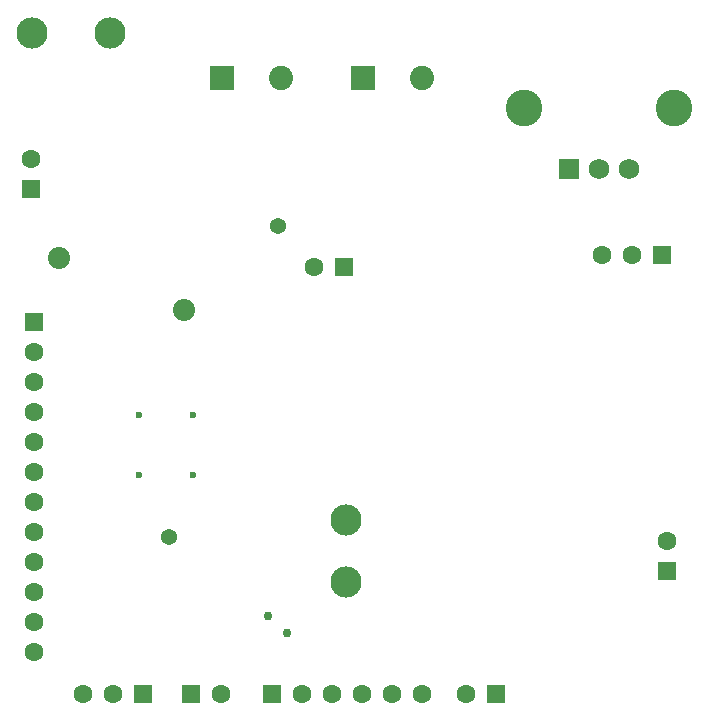
<source format=gbs>
G04*
G04 #@! TF.GenerationSoftware,Altium Limited,Altium Designer,21.6.4 (81)*
G04*
G04 Layer_Color=16711935*
%FSLAX25Y25*%
%MOIN*%
G70*
G04*
G04 #@! TF.SameCoordinates,5B244758-CEA0-4159-AF34-73EF1895305B*
G04*
G04*
G04 #@! TF.FilePolarity,Negative*
G04*
G01*
G75*
%ADD41C,0.12205*%
%ADD42R,0.06894X0.06894*%
%ADD43C,0.06894*%
%ADD44C,0.10394*%
%ADD45C,0.06299*%
%ADD46R,0.06299X0.06299*%
%ADD47R,0.06299X0.06299*%
%ADD48R,0.08071X0.08071*%
%ADD49C,0.08071*%
%ADD50C,0.07394*%
%ADD51C,0.05394*%
%ADD52C,0.02362*%
%ADD53C,0.02994*%
D41*
X420268Y448457D02*
D03*
X470268D02*
D03*
D42*
X435500Y428000D02*
D03*
D43*
X445500D02*
D03*
X455500D02*
D03*
D44*
X256500Y473500D02*
D03*
X282500D02*
D03*
X361000Y311000D02*
D03*
Y290500D02*
D03*
D45*
X256000Y431500D02*
D03*
X319500Y253000D02*
D03*
X386500D02*
D03*
X376500D02*
D03*
X366500D02*
D03*
X356500D02*
D03*
X346500D02*
D03*
X446500Y399500D02*
D03*
X456500D02*
D03*
X257000Y367000D02*
D03*
Y357000D02*
D03*
Y347000D02*
D03*
Y337000D02*
D03*
Y327000D02*
D03*
Y317000D02*
D03*
Y307000D02*
D03*
Y297000D02*
D03*
Y287000D02*
D03*
Y277000D02*
D03*
Y267000D02*
D03*
X350500Y395500D02*
D03*
X468000Y304000D02*
D03*
X273500Y253000D02*
D03*
X283500D02*
D03*
X401000D02*
D03*
D46*
X256000Y421500D02*
D03*
X257000Y377000D02*
D03*
X468000Y294000D02*
D03*
D47*
X309500Y253000D02*
D03*
X336500D02*
D03*
X466500Y399500D02*
D03*
X360500Y395500D02*
D03*
X293500Y253000D02*
D03*
X411000D02*
D03*
D48*
X366815Y458500D02*
D03*
X319815D02*
D03*
D49*
X386500D02*
D03*
X339500D02*
D03*
D50*
X265500Y398500D02*
D03*
X307000Y381000D02*
D03*
D51*
X338500Y409000D02*
D03*
X302000Y305500D02*
D03*
D52*
X310000Y346000D02*
D03*
Y326000D02*
D03*
X292000Y346000D02*
D03*
Y326000D02*
D03*
D53*
X335000Y279000D02*
D03*
X341500Y273500D02*
D03*
M02*

</source>
